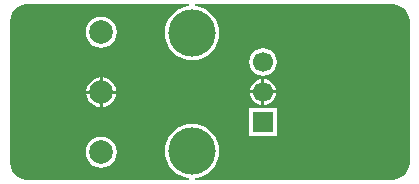
<source format=gbl>
G04 Layer_Physical_Order=2*
G04 Layer_Color=16711680*
%FSLAX44Y44*%
%MOMM*%
G71*
G01*
G75*
%ADD13R,1.7000X1.7000*%
%ADD14C,1.7000*%
%ADD15C,2.0000*%
%ADD16C,4.0000*%
G36*
X333687Y153759D02*
X337122Y152336D01*
X340073Y150073D01*
X342337Y147122D01*
X343759Y143687D01*
X344202Y140325D01*
X344137Y140000D01*
Y20000D01*
X344202Y19675D01*
X343759Y16313D01*
X342337Y12878D01*
X340073Y9927D01*
X337122Y7664D01*
X333687Y6241D01*
X330325Y5798D01*
X330000Y5863D01*
X162539D01*
X162476Y7133D01*
X164509Y7333D01*
X168844Y8648D01*
X172840Y10784D01*
X176342Y13658D01*
X179216Y17160D01*
X181352Y21156D01*
X182667Y25491D01*
X183111Y30000D01*
X182667Y34509D01*
X181352Y38844D01*
X179216Y42840D01*
X176342Y46342D01*
X172840Y49216D01*
X168844Y51352D01*
X164509Y52667D01*
X160000Y53111D01*
X155491Y52667D01*
X151156Y51352D01*
X147160Y49216D01*
X143658Y46342D01*
X140784Y42840D01*
X138648Y38844D01*
X137333Y34509D01*
X136889Y30000D01*
X137333Y25491D01*
X138648Y21156D01*
X140784Y17160D01*
X143658Y13658D01*
X147160Y10784D01*
X151156Y8648D01*
X155491Y7333D01*
X157524Y7133D01*
X157461Y5863D01*
X20000D01*
X19675Y5798D01*
X16313Y6241D01*
X12878Y7664D01*
X9927Y9927D01*
X7664Y12878D01*
X6241Y16313D01*
X5798Y19675D01*
X5863Y20000D01*
Y140000D01*
X5798Y140325D01*
X6241Y143687D01*
X7664Y147122D01*
X9927Y150073D01*
X12878Y152336D01*
X16313Y153759D01*
X19675Y154202D01*
X20000Y154137D01*
X157462D01*
X157524Y152867D01*
X155491Y152667D01*
X151156Y151352D01*
X147160Y149216D01*
X143658Y146342D01*
X140784Y142840D01*
X138648Y138844D01*
X137333Y134509D01*
X136889Y130000D01*
X137333Y125491D01*
X138648Y121156D01*
X140784Y117160D01*
X143658Y113658D01*
X147160Y110784D01*
X151156Y108648D01*
X155491Y107333D01*
X160000Y106889D01*
X164509Y107333D01*
X168844Y108648D01*
X172840Y110784D01*
X176342Y113658D01*
X179216Y117160D01*
X181352Y121156D01*
X182667Y125491D01*
X183111Y130000D01*
X182667Y134509D01*
X181352Y138844D01*
X179216Y142840D01*
X176342Y146342D01*
X172840Y149216D01*
X168844Y151352D01*
X164509Y152667D01*
X162476Y152867D01*
X162539Y154137D01*
X330000D01*
X330325Y154202D01*
X333687Y153759D01*
D02*
G37*
%LPC*%
G36*
X95481Y78530D02*
X84270D01*
Y67319D01*
X86274Y67583D01*
X89324Y68846D01*
X91944Y70856D01*
X93954Y73476D01*
X95217Y76526D01*
X95481Y78530D01*
D02*
G37*
G36*
X218730Y78730D02*
X209032D01*
X209244Y77118D01*
X210357Y74432D01*
X212126Y72126D01*
X214432Y70357D01*
X217118Y69244D01*
X218730Y69032D01*
Y78730D01*
D02*
G37*
G36*
X230968D02*
X221270D01*
Y69032D01*
X222882Y69244D01*
X225568Y70357D01*
X227874Y72126D01*
X229643Y74432D01*
X230756Y77118D01*
X230968Y78730D01*
D02*
G37*
G36*
X83000Y42112D02*
X79606Y41665D01*
X76444Y40356D01*
X73728Y38272D01*
X71645Y35556D01*
X70335Y32394D01*
X69888Y29000D01*
X70335Y25606D01*
X71645Y22444D01*
X73728Y19728D01*
X76444Y17644D01*
X79606Y16335D01*
X83000Y15888D01*
X86394Y16335D01*
X89556Y17644D01*
X92272Y19728D01*
X94355Y22444D01*
X95665Y25606D01*
X96112Y29000D01*
X95665Y32394D01*
X94355Y35556D01*
X92272Y38272D01*
X89556Y40356D01*
X86394Y41665D01*
X83000Y42112D01*
D02*
G37*
G36*
X231500Y66100D02*
X208500D01*
Y43100D01*
X231500D01*
Y66100D01*
D02*
G37*
G36*
X81730Y78530D02*
X70519D01*
X70783Y76526D01*
X72046Y73476D01*
X74056Y70856D01*
X76676Y68846D01*
X79726Y67583D01*
X81730Y67319D01*
Y78530D01*
D02*
G37*
G36*
X221270Y90968D02*
Y81270D01*
X230968D01*
X230756Y82882D01*
X229643Y85568D01*
X227874Y87874D01*
X225568Y89643D01*
X222882Y90756D01*
X221270Y90968D01*
D02*
G37*
G36*
X220000Y116999D02*
X216998Y116604D01*
X214200Y115445D01*
X211798Y113602D01*
X209955Y111200D01*
X208796Y108402D01*
X208401Y105400D01*
X208796Y102398D01*
X209955Y99600D01*
X211798Y97198D01*
X214200Y95355D01*
X216998Y94196D01*
X220000Y93801D01*
X223002Y94196D01*
X225800Y95355D01*
X228202Y97198D01*
X230045Y99600D01*
X231204Y102398D01*
X231599Y105400D01*
X231204Y108402D01*
X230045Y111200D01*
X228202Y113602D01*
X225800Y115445D01*
X223002Y116604D01*
X220000Y116999D01*
D02*
G37*
G36*
X83000Y143712D02*
X79606Y143265D01*
X76444Y141955D01*
X73728Y139872D01*
X71645Y137156D01*
X70335Y133994D01*
X69888Y130600D01*
X70335Y127206D01*
X71645Y124044D01*
X73728Y121328D01*
X76444Y119244D01*
X79606Y117935D01*
X83000Y117488D01*
X86394Y117935D01*
X89556Y119244D01*
X92272Y121328D01*
X94355Y124044D01*
X95665Y127206D01*
X96112Y130600D01*
X95665Y133994D01*
X94355Y137156D01*
X92272Y139872D01*
X89556Y141955D01*
X86394Y143265D01*
X83000Y143712D01*
D02*
G37*
G36*
X81730Y92281D02*
X79726Y92017D01*
X76676Y90754D01*
X74056Y88744D01*
X72046Y86124D01*
X70783Y83074D01*
X70519Y81070D01*
X81730D01*
Y92281D01*
D02*
G37*
G36*
X84270D02*
Y81070D01*
X95481D01*
X95217Y83074D01*
X93954Y86124D01*
X91944Y88744D01*
X89324Y90754D01*
X86274Y92017D01*
X84270Y92281D01*
D02*
G37*
G36*
X218730Y90968D02*
X217118Y90756D01*
X214432Y89643D01*
X212126Y87874D01*
X210357Y85568D01*
X209244Y82882D01*
X209032Y81270D01*
X218730D01*
Y90968D01*
D02*
G37*
%LPD*%
D13*
X220000Y54600D02*
D03*
D14*
Y80000D02*
D03*
Y105400D02*
D03*
D15*
X83000Y29000D02*
D03*
Y79800D02*
D03*
Y130600D02*
D03*
D16*
X160000Y30000D02*
D03*
Y130000D02*
D03*
M02*

</source>
